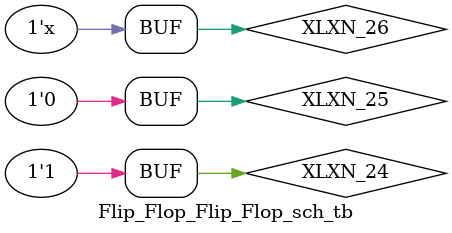
<source format=v>

`timescale 1ns / 1ps

module Flip_Flop_Flip_Flop_sch_tb();

// Inputs
   reg XLXN_24;
   reg XLXN_25;
   reg XLXN_26;

// Output
   wire XLXN_8;
   wire XLXN_9;

// Bidirs

// Instantiate the UUT
   Flip_Flop UUT (
		.XLXN_8(XLXN_8), 
		.XLXN_9(XLXN_9), 
		.XLXN_24(XLXN_24), 
		.XLXN_25(XLXN_25), 
		.XLXN_26(XLXN_26)
   );
// Initialize Inputs
   initial begin
		XLXN_24 = 'b0;
		XLXN_25 = 'b0;
		XLXN_26 = 'b0;
   end
	
	always begin
		XLXN_26 = ~ XLXN_26;
	end
	
	always begin
		#10;
			XLXN_24 = 'b1;
			XLXN_25 = 'b0;
	end
endmodule

</source>
